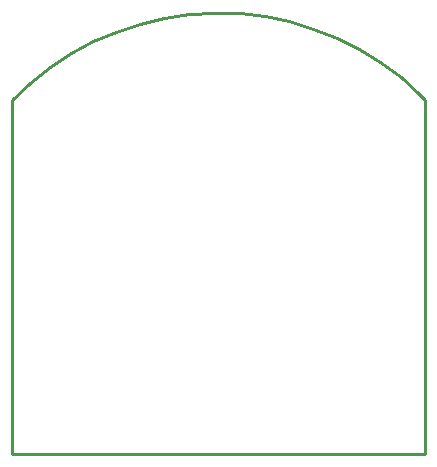
<source format=gbr>
G04 EAGLE Gerber RS-274X export*
G75*
%MOMM*%
%FSLAX34Y34*%
%LPD*%
%IN*%
%IPPOS*%
%AMOC8*
5,1,8,0,0,1.08239X$1,22.5*%
G01*
%ADD10C,0.254000*%


D10*
X-175000Y-40000D02*
X175000Y-40000D01*
X175000Y260000D01*
X170000Y265000D01*
X154101Y279151D01*
X137029Y291862D01*
X118914Y303036D01*
X99894Y312590D01*
X80114Y320449D01*
X59724Y326554D01*
X38880Y330860D01*
X17740Y333332D01*
X-3536Y333952D01*
X-24784Y332715D01*
X-45844Y329632D01*
X-66554Y324724D01*
X-86759Y318031D01*
X-106303Y309601D01*
X-125038Y299501D01*
X-142821Y287806D01*
X-159518Y274605D01*
X-175000Y260000D01*
X-175000Y-40000D01*
M02*

</source>
